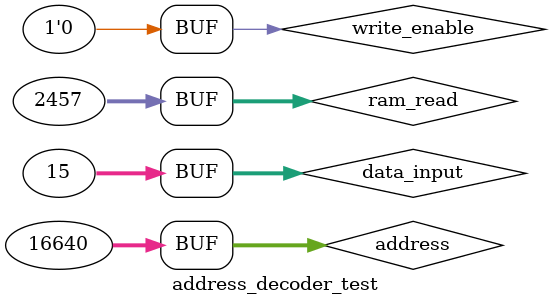
<source format=sv>
module address_decoder_test();

logic write_enable, ram_we, decrypted_we;
logic[31:0] address, ram_read, data_input;
logic[31:0] ram_address, encrypted_address, decrypted_address, ram_data, data_output;
												
											
address_decoder DUT(write_enable, address, ram_read, data_input,
ram_we, decrypted_we, ram_address, encrypted_address, decrypted_address, ram_data, data_output);


initial begin
	write_enable = 0; address = 32'h4; ram_read = 32'h999; data_input = 32'hF; 
	
	#10 address = 32'h404;
	#10 write_enable = 1;
	#10 address = 32'h40C;
	#10 write_enable = 0;
	#10 address = 32'h400;
	#10 write_enable = 1;
	#10 address = 32'h30000;
	#10 write_enable = 0;
	#10 address = 32'h4100;
	#10 write_enable = 1;
	#10 write_enable = 0;
	
end
endmodule
										
</source>
